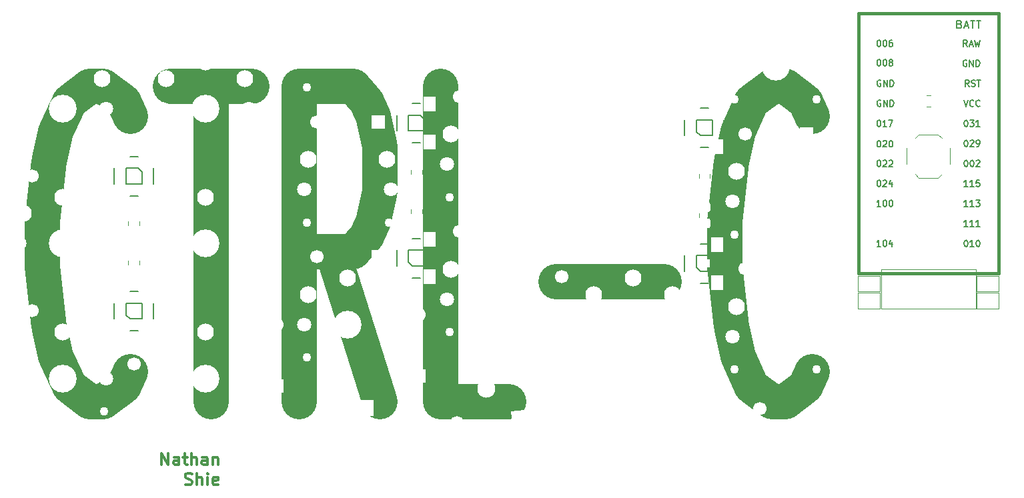
<source format=gto>
%TF.GenerationSoftware,KiCad,Pcbnew,(5.1.6)-1*%
%TF.CreationDate,2022-08-18T21:09:05-07:00*%
%TF.ProjectId,split-40-final,73706c69-742d-4343-902d-66696e616c2e,rev?*%
%TF.SameCoordinates,Original*%
%TF.FileFunction,Legend,Top*%
%TF.FilePolarity,Positive*%
%FSLAX46Y46*%
G04 Gerber Fmt 4.6, Leading zero omitted, Abs format (unit mm)*
G04 Created by KiCad (PCBNEW (5.1.6)-1) date 2022-08-18 21:09:05*
%MOMM*%
%LPD*%
G01*
G04 APERTURE LIST*
%ADD10C,4.500000*%
%ADD11C,0.300000*%
%ADD12C,0.381000*%
%ADD13C,0.120000*%
%ADD14C,0.200000*%
%ADD15C,0.040000*%
%ADD16C,0.150000*%
%ADD17C,1.801800*%
%ADD18C,1.090600*%
%ADD19C,2.132000*%
%ADD20C,3.529000*%
%ADD21C,1.852600*%
%ADD22R,2.600000X3.100000*%
%ADD23C,2.100000*%
%ADD24R,2.100000X2.100000*%
%ADD25O,3.100000X1.624000*%
%ADD26C,1.624000*%
%ADD27C,1.700000*%
%ADD28R,1.700000X1.700000*%
%ADD29C,0.100000*%
%ADD30R,1.500000X1.900000*%
%ADD31R,0.600000X1.100000*%
%ADD32O,1.800000X1.800000*%
%ADD33R,1.800000X1.800000*%
%ADD34C,2.300000*%
%ADD35R,1.800000X1.100000*%
%ADD36R,1.100000X1.600000*%
G04 APERTURE END LIST*
D10*
X32285714Y-67285714D02*
X31428571Y-69190476D01*
X28857142Y-71095238D01*
X27142857Y-71095238D01*
X24571428Y-69190476D01*
X22857142Y-65380952D01*
X22000000Y-61571428D01*
X21142857Y-53952380D01*
X21142857Y-48238095D01*
X22000000Y-40619047D01*
X22857142Y-36809523D01*
X24571428Y-33000000D01*
X27142857Y-31095238D01*
X28857142Y-31095238D01*
X31428571Y-33000000D01*
X32285714Y-34904761D01*
X37428571Y-31095238D02*
X47714285Y-31095238D01*
X42571428Y-71095238D02*
X42571428Y-31095238D01*
X64000000Y-71095238D02*
X58000000Y-52047619D01*
X53714285Y-71095238D02*
X53714285Y-31095238D01*
X60571428Y-31095238D01*
X62285714Y-33000000D01*
X63142857Y-34904761D01*
X64000000Y-38714285D01*
X64000000Y-44428571D01*
X63142857Y-48238095D01*
X62285714Y-50142857D01*
X60571428Y-52047619D01*
X53714285Y-52047619D01*
X80285714Y-71095238D02*
X71714285Y-71095238D01*
X71714285Y-31095238D01*
X86285714Y-55857142D02*
X100000000Y-55857142D01*
X118857142Y-67285714D02*
X118000000Y-69190476D01*
X115428571Y-71095238D01*
X113714285Y-71095238D01*
X111142857Y-69190476D01*
X109428571Y-65380952D01*
X108571428Y-61571428D01*
X107714285Y-53952380D01*
X107714285Y-48238095D01*
X108571428Y-40619047D01*
X109428571Y-36809523D01*
X111142857Y-33000000D01*
X113714285Y-31095238D01*
X115428571Y-31095238D01*
X118000000Y-33000000D01*
X118857142Y-34904761D01*
D11*
X36305000Y-79203571D02*
X36305000Y-77703571D01*
X37162142Y-79203571D01*
X37162142Y-77703571D01*
X38519285Y-79203571D02*
X38519285Y-78417857D01*
X38447857Y-78275000D01*
X38305000Y-78203571D01*
X38019285Y-78203571D01*
X37876428Y-78275000D01*
X38519285Y-79132142D02*
X38376428Y-79203571D01*
X38019285Y-79203571D01*
X37876428Y-79132142D01*
X37805000Y-78989285D01*
X37805000Y-78846428D01*
X37876428Y-78703571D01*
X38019285Y-78632142D01*
X38376428Y-78632142D01*
X38519285Y-78560714D01*
X39019285Y-78203571D02*
X39590714Y-78203571D01*
X39233571Y-77703571D02*
X39233571Y-78989285D01*
X39305000Y-79132142D01*
X39447857Y-79203571D01*
X39590714Y-79203571D01*
X40090714Y-79203571D02*
X40090714Y-77703571D01*
X40733571Y-79203571D02*
X40733571Y-78417857D01*
X40662142Y-78275000D01*
X40519285Y-78203571D01*
X40305000Y-78203571D01*
X40162142Y-78275000D01*
X40090714Y-78346428D01*
X42090714Y-79203571D02*
X42090714Y-78417857D01*
X42019285Y-78275000D01*
X41876428Y-78203571D01*
X41590714Y-78203571D01*
X41447857Y-78275000D01*
X42090714Y-79132142D02*
X41947857Y-79203571D01*
X41590714Y-79203571D01*
X41447857Y-79132142D01*
X41376428Y-78989285D01*
X41376428Y-78846428D01*
X41447857Y-78703571D01*
X41590714Y-78632142D01*
X41947857Y-78632142D01*
X42090714Y-78560714D01*
X42805000Y-78203571D02*
X42805000Y-79203571D01*
X42805000Y-78346428D02*
X42876428Y-78275000D01*
X43019285Y-78203571D01*
X43233571Y-78203571D01*
X43376428Y-78275000D01*
X43447857Y-78417857D01*
X43447857Y-79203571D01*
X39305000Y-81682142D02*
X39519285Y-81753571D01*
X39876428Y-81753571D01*
X40019285Y-81682142D01*
X40090714Y-81610714D01*
X40162142Y-81467857D01*
X40162142Y-81325000D01*
X40090714Y-81182142D01*
X40019285Y-81110714D01*
X39876428Y-81039285D01*
X39590714Y-80967857D01*
X39447857Y-80896428D01*
X39376428Y-80825000D01*
X39305000Y-80682142D01*
X39305000Y-80539285D01*
X39376428Y-80396428D01*
X39447857Y-80325000D01*
X39590714Y-80253571D01*
X39947857Y-80253571D01*
X40162142Y-80325000D01*
X40805000Y-81753571D02*
X40805000Y-80253571D01*
X41447857Y-81753571D02*
X41447857Y-80967857D01*
X41376428Y-80825000D01*
X41233571Y-80753571D01*
X41019285Y-80753571D01*
X40876428Y-80825000D01*
X40805000Y-80896428D01*
X42162142Y-81753571D02*
X42162142Y-80753571D01*
X42162142Y-80253571D02*
X42090714Y-80325000D01*
X42162142Y-80396428D01*
X42233571Y-80325000D01*
X42162142Y-80253571D01*
X42162142Y-80396428D01*
X43447857Y-81682142D02*
X43305000Y-81753571D01*
X43019285Y-81753571D01*
X42876428Y-81682142D01*
X42805000Y-81539285D01*
X42805000Y-80967857D01*
X42876428Y-80825000D01*
X43019285Y-80753571D01*
X43305000Y-80753571D01*
X43447857Y-80825000D01*
X43519285Y-80967857D01*
X43519285Y-81110714D01*
X42805000Y-81253571D01*
D12*
%TO.C,U1*%
X124740000Y-21880000D02*
X124740000Y-24420000D01*
X142520000Y-21880000D02*
X124740000Y-21880000D01*
X142520000Y-24420000D02*
X142520000Y-21880000D01*
X142520000Y-54900000D02*
X142520000Y-24420000D01*
X124740000Y-54900000D02*
X142520000Y-54900000D01*
X124740000Y-24420000D02*
X124740000Y-54900000D01*
D13*
%TO.C,SW3*%
X63520000Y-72020000D02*
X63820000Y-71720000D01*
X63820000Y-71720000D02*
X63820000Y-72320000D01*
X63820000Y-72320000D02*
X63520000Y-72020000D01*
D14*
%TO.C,D1*%
X104700000Y-37390000D02*
X104200000Y-36890000D01*
X104700000Y-33890000D02*
X105700000Y-33890000D01*
X102700000Y-35390000D02*
X102700000Y-37390000D01*
X104700000Y-38890000D02*
X105700000Y-38890000D01*
X106200000Y-37390000D02*
X104700000Y-37390000D01*
X107700000Y-35390000D02*
X107700000Y-37390000D01*
X104200000Y-35390000D02*
X106200000Y-35390000D01*
X106200000Y-35390000D02*
X106200000Y-37390000D01*
X104200000Y-36890000D02*
X104200000Y-35390000D01*
%TO.C,D2*%
X69650000Y-35290000D02*
X69150000Y-34790000D01*
X68150000Y-38290000D02*
X69150000Y-38290000D01*
X66150000Y-36790000D02*
X66150000Y-34790000D01*
X67650000Y-36790000D02*
X69650000Y-36790000D01*
X68150000Y-33290000D02*
X69150000Y-33290000D01*
X69650000Y-36790000D02*
X69650000Y-35290000D01*
X69150000Y-34790000D02*
X67650000Y-34790000D01*
X71150000Y-36790000D02*
X71150000Y-34790000D01*
X67650000Y-34790000D02*
X67650000Y-36790000D01*
%TO.C,D3*%
X33800000Y-42020000D02*
X33300000Y-41520000D01*
X32300000Y-45020000D02*
X33300000Y-45020000D01*
X30300000Y-43520000D02*
X30300000Y-41520000D01*
X31800000Y-43520000D02*
X33800000Y-43520000D01*
X32300000Y-40020000D02*
X33300000Y-40020000D01*
X33800000Y-43520000D02*
X33800000Y-42020000D01*
X33300000Y-41520000D02*
X31800000Y-41520000D01*
X35300000Y-43520000D02*
X35300000Y-41520000D01*
X31800000Y-41520000D02*
X31800000Y-43520000D01*
%TO.C,D4*%
X31800000Y-60170000D02*
X32300000Y-60670000D01*
X33300000Y-57170000D02*
X32300000Y-57170000D01*
X35300000Y-58670000D02*
X35300000Y-60670000D01*
X33800000Y-58670000D02*
X31800000Y-58670000D01*
X33300000Y-62170000D02*
X32300000Y-62170000D01*
X31800000Y-58670000D02*
X31800000Y-60170000D01*
X32300000Y-60670000D02*
X33800000Y-60670000D01*
X30300000Y-58670000D02*
X30300000Y-60670000D01*
X33800000Y-60670000D02*
X33800000Y-58670000D01*
%TO.C,D5*%
X67650000Y-53440000D02*
X68150000Y-53940000D01*
X69150000Y-50440000D02*
X68150000Y-50440000D01*
X71150000Y-51940000D02*
X71150000Y-53940000D01*
X69650000Y-51940000D02*
X67650000Y-51940000D01*
X69150000Y-55440000D02*
X68150000Y-55440000D01*
X67650000Y-51940000D02*
X67650000Y-53440000D01*
X68150000Y-53940000D02*
X69650000Y-53940000D01*
X66150000Y-51940000D02*
X66150000Y-53940000D01*
X69650000Y-53940000D02*
X69650000Y-51940000D01*
%TO.C,D6*%
X104200000Y-54120000D02*
X104700000Y-54620000D01*
X105700000Y-51120000D02*
X104700000Y-51120000D01*
X107700000Y-52620000D02*
X107700000Y-54620000D01*
X106200000Y-52620000D02*
X104200000Y-52620000D01*
X105700000Y-56120000D02*
X104700000Y-56120000D01*
X104200000Y-52620000D02*
X104200000Y-54120000D01*
X104700000Y-54620000D02*
X106200000Y-54620000D01*
X102700000Y-52620000D02*
X102700000Y-54620000D01*
X106200000Y-54620000D02*
X106200000Y-52620000D01*
D15*
%TO.C,L1*%
X139630000Y-54400000D02*
X127630000Y-54400000D01*
X127630000Y-59400000D02*
X139630000Y-59400000D01*
X139630000Y-54400000D02*
X139630000Y-59400000D01*
X127630000Y-54400000D02*
X127630000Y-59400000D01*
D13*
%TO.C,C3*%
X33510000Y-48238748D02*
X33510000Y-48761252D01*
X32090000Y-48238748D02*
X32090000Y-48761252D01*
%TO.C,C1*%
X105910000Y-42238748D02*
X105910000Y-42761252D01*
X104490000Y-42238748D02*
X104490000Y-42761252D01*
%TO.C,C2*%
X69360000Y-41738748D02*
X69360000Y-42261252D01*
X67940000Y-41738748D02*
X67940000Y-42261252D01*
%TO.C,C4*%
X32090000Y-53761252D02*
X32090000Y-53238748D01*
X33510000Y-53761252D02*
X33510000Y-53238748D01*
%TO.C,C5*%
X67940000Y-47261252D02*
X67940000Y-46738748D01*
X69360000Y-47261252D02*
X69360000Y-46738748D01*
%TO.C,C6*%
X104490000Y-47761252D02*
X104490000Y-47238748D01*
X105910000Y-47761252D02*
X105910000Y-47238748D01*
%TO.C,R1*%
X133888578Y-33710000D02*
X133371422Y-33710000D01*
X133888578Y-32290000D02*
X133371422Y-32290000D01*
%TO.C,SW1*%
X130880000Y-39000000D02*
X130880000Y-41000000D01*
X135330000Y-42300000D02*
X134880000Y-42750000D01*
X131930000Y-37700000D02*
X132380000Y-37250000D01*
X135330000Y-37700000D02*
X134880000Y-37250000D01*
X131930000Y-42300000D02*
X132380000Y-42750000D01*
X132380000Y-37250000D02*
X134880000Y-37250000D01*
X132380000Y-42750000D02*
X134880000Y-42750000D01*
X136380000Y-39000000D02*
X136380000Y-41000000D01*
%TO.C,JP_F_GND1*%
X139750000Y-55190000D02*
X142550000Y-55190000D01*
X142550000Y-55190000D02*
X142550000Y-57190000D01*
X142550000Y-57190000D02*
X139750000Y-57190000D01*
X139750000Y-57190000D02*
X139750000Y-55190000D01*
%TO.C,JP_F_SCL1*%
X127510000Y-57360000D02*
X127510000Y-59360000D01*
X124710000Y-57360000D02*
X127510000Y-57360000D01*
X124710000Y-59360000D02*
X124710000Y-57360000D01*
X127510000Y-59360000D02*
X124710000Y-59360000D01*
%TO.C,JP_F_SDA1*%
X127510000Y-55190000D02*
X127510000Y-57190000D01*
X124710000Y-55190000D02*
X127510000Y-55190000D01*
X124710000Y-57190000D02*
X124710000Y-55190000D01*
X127510000Y-57190000D02*
X124710000Y-57190000D01*
%TO.C,JP_F_VCC1*%
X139750000Y-57360000D02*
X142550000Y-57360000D01*
X142550000Y-57360000D02*
X142550000Y-59360000D01*
X142550000Y-59360000D02*
X139750000Y-59360000D01*
X139750000Y-59360000D02*
X139750000Y-57360000D01*
%TO.C,U1*%
D16*
X127292810Y-25251904D02*
X127369000Y-25251904D01*
X127445190Y-25290000D01*
X127483286Y-25328095D01*
X127521381Y-25404285D01*
X127559476Y-25556666D01*
X127559476Y-25747142D01*
X127521381Y-25899523D01*
X127483286Y-25975714D01*
X127445190Y-26013809D01*
X127369000Y-26051904D01*
X127292810Y-26051904D01*
X127216619Y-26013809D01*
X127178524Y-25975714D01*
X127140429Y-25899523D01*
X127102333Y-25747142D01*
X127102333Y-25556666D01*
X127140429Y-25404285D01*
X127178524Y-25328095D01*
X127216619Y-25290000D01*
X127292810Y-25251904D01*
X128054714Y-25251904D02*
X128130905Y-25251904D01*
X128207095Y-25290000D01*
X128245190Y-25328095D01*
X128283286Y-25404285D01*
X128321381Y-25556666D01*
X128321381Y-25747142D01*
X128283286Y-25899523D01*
X128245190Y-25975714D01*
X128207095Y-26013809D01*
X128130905Y-26051904D01*
X128054714Y-26051904D01*
X127978524Y-26013809D01*
X127940429Y-25975714D01*
X127902333Y-25899523D01*
X127864238Y-25747142D01*
X127864238Y-25556666D01*
X127902333Y-25404285D01*
X127940429Y-25328095D01*
X127978524Y-25290000D01*
X128054714Y-25251904D01*
X129007095Y-25251904D02*
X128854714Y-25251904D01*
X128778524Y-25290000D01*
X128740429Y-25328095D01*
X128664238Y-25442380D01*
X128626143Y-25594761D01*
X128626143Y-25899523D01*
X128664238Y-25975714D01*
X128702333Y-26013809D01*
X128778524Y-26051904D01*
X128930905Y-26051904D01*
X129007095Y-26013809D01*
X129045190Y-25975714D01*
X129083286Y-25899523D01*
X129083286Y-25709047D01*
X129045190Y-25632857D01*
X129007095Y-25594761D01*
X128930905Y-25556666D01*
X128778524Y-25556666D01*
X128702333Y-25594761D01*
X128664238Y-25632857D01*
X128626143Y-25709047D01*
X127292810Y-27721904D02*
X127369000Y-27721904D01*
X127445190Y-27760000D01*
X127483286Y-27798095D01*
X127521381Y-27874285D01*
X127559476Y-28026666D01*
X127559476Y-28217142D01*
X127521381Y-28369523D01*
X127483286Y-28445714D01*
X127445190Y-28483809D01*
X127369000Y-28521904D01*
X127292810Y-28521904D01*
X127216619Y-28483809D01*
X127178524Y-28445714D01*
X127140429Y-28369523D01*
X127102333Y-28217142D01*
X127102333Y-28026666D01*
X127140429Y-27874285D01*
X127178524Y-27798095D01*
X127216619Y-27760000D01*
X127292810Y-27721904D01*
X128054714Y-27721904D02*
X128130905Y-27721904D01*
X128207095Y-27760000D01*
X128245190Y-27798095D01*
X128283286Y-27874285D01*
X128321381Y-28026666D01*
X128321381Y-28217142D01*
X128283286Y-28369523D01*
X128245190Y-28445714D01*
X128207095Y-28483809D01*
X128130905Y-28521904D01*
X128054714Y-28521904D01*
X127978524Y-28483809D01*
X127940429Y-28445714D01*
X127902333Y-28369523D01*
X127864238Y-28217142D01*
X127864238Y-28026666D01*
X127902333Y-27874285D01*
X127940429Y-27798095D01*
X127978524Y-27760000D01*
X128054714Y-27721904D01*
X128778524Y-28064761D02*
X128702333Y-28026666D01*
X128664238Y-27988571D01*
X128626143Y-27912380D01*
X128626143Y-27874285D01*
X128664238Y-27798095D01*
X128702333Y-27760000D01*
X128778524Y-27721904D01*
X128930905Y-27721904D01*
X129007095Y-27760000D01*
X129045190Y-27798095D01*
X129083286Y-27874285D01*
X129083286Y-27912380D01*
X129045190Y-27988571D01*
X129007095Y-28026666D01*
X128930905Y-28064761D01*
X128778524Y-28064761D01*
X128702333Y-28102857D01*
X128664238Y-28140952D01*
X128626143Y-28217142D01*
X128626143Y-28369523D01*
X128664238Y-28445714D01*
X128702333Y-28483809D01*
X128778524Y-28521904D01*
X128930905Y-28521904D01*
X129007095Y-28483809D01*
X129045190Y-28445714D01*
X129083286Y-28369523D01*
X129083286Y-28217142D01*
X129045190Y-28140952D01*
X129007095Y-28102857D01*
X128930905Y-28064761D01*
X127292810Y-38021904D02*
X127369000Y-38021904D01*
X127445190Y-38060000D01*
X127483286Y-38098095D01*
X127521381Y-38174285D01*
X127559476Y-38326666D01*
X127559476Y-38517142D01*
X127521381Y-38669523D01*
X127483286Y-38745714D01*
X127445190Y-38783809D01*
X127369000Y-38821904D01*
X127292810Y-38821904D01*
X127216619Y-38783809D01*
X127178524Y-38745714D01*
X127140429Y-38669523D01*
X127102333Y-38517142D01*
X127102333Y-38326666D01*
X127140429Y-38174285D01*
X127178524Y-38098095D01*
X127216619Y-38060000D01*
X127292810Y-38021904D01*
X127864238Y-38098095D02*
X127902333Y-38060000D01*
X127978524Y-38021904D01*
X128169000Y-38021904D01*
X128245190Y-38060000D01*
X128283286Y-38098095D01*
X128321381Y-38174285D01*
X128321381Y-38250476D01*
X128283286Y-38364761D01*
X127826143Y-38821904D01*
X128321381Y-38821904D01*
X128816619Y-38021904D02*
X128892810Y-38021904D01*
X128969000Y-38060000D01*
X129007095Y-38098095D01*
X129045190Y-38174285D01*
X129083286Y-38326666D01*
X129083286Y-38517142D01*
X129045190Y-38669523D01*
X129007095Y-38745714D01*
X128969000Y-38783809D01*
X128892810Y-38821904D01*
X128816619Y-38821904D01*
X128740429Y-38783809D01*
X128702333Y-38745714D01*
X128664238Y-38669523D01*
X128626143Y-38517142D01*
X128626143Y-38326666D01*
X128664238Y-38174285D01*
X128702333Y-38098095D01*
X128740429Y-38060000D01*
X128816619Y-38021904D01*
X127292810Y-35421904D02*
X127369000Y-35421904D01*
X127445190Y-35460000D01*
X127483286Y-35498095D01*
X127521381Y-35574285D01*
X127559476Y-35726666D01*
X127559476Y-35917142D01*
X127521381Y-36069523D01*
X127483286Y-36145714D01*
X127445190Y-36183809D01*
X127369000Y-36221904D01*
X127292810Y-36221904D01*
X127216619Y-36183809D01*
X127178524Y-36145714D01*
X127140429Y-36069523D01*
X127102333Y-35917142D01*
X127102333Y-35726666D01*
X127140429Y-35574285D01*
X127178524Y-35498095D01*
X127216619Y-35460000D01*
X127292810Y-35421904D01*
X128321381Y-36221904D02*
X127864238Y-36221904D01*
X128092810Y-36221904D02*
X128092810Y-35421904D01*
X128016619Y-35536190D01*
X127940429Y-35612380D01*
X127864238Y-35650476D01*
X128588048Y-35421904D02*
X129121381Y-35421904D01*
X128778524Y-36221904D01*
X127559476Y-32910000D02*
X127483285Y-32871904D01*
X127369000Y-32871904D01*
X127254714Y-32910000D01*
X127178523Y-32986190D01*
X127140428Y-33062380D01*
X127102333Y-33214761D01*
X127102333Y-33329047D01*
X127140428Y-33481428D01*
X127178523Y-33557619D01*
X127254714Y-33633809D01*
X127369000Y-33671904D01*
X127445190Y-33671904D01*
X127559476Y-33633809D01*
X127597571Y-33595714D01*
X127597571Y-33329047D01*
X127445190Y-33329047D01*
X127940428Y-33671904D02*
X127940428Y-32871904D01*
X128397571Y-33671904D01*
X128397571Y-32871904D01*
X128778523Y-33671904D02*
X128778523Y-32871904D01*
X128969000Y-32871904D01*
X129083285Y-32910000D01*
X129159476Y-32986190D01*
X129197571Y-33062380D01*
X129235666Y-33214761D01*
X129235666Y-33329047D01*
X129197571Y-33481428D01*
X129159476Y-33557619D01*
X129083285Y-33633809D01*
X128969000Y-33671904D01*
X128778523Y-33671904D01*
X127559476Y-30370000D02*
X127483285Y-30331904D01*
X127369000Y-30331904D01*
X127254714Y-30370000D01*
X127178523Y-30446190D01*
X127140428Y-30522380D01*
X127102333Y-30674761D01*
X127102333Y-30789047D01*
X127140428Y-30941428D01*
X127178523Y-31017619D01*
X127254714Y-31093809D01*
X127369000Y-31131904D01*
X127445190Y-31131904D01*
X127559476Y-31093809D01*
X127597571Y-31055714D01*
X127597571Y-30789047D01*
X127445190Y-30789047D01*
X127940428Y-31131904D02*
X127940428Y-30331904D01*
X128397571Y-31131904D01*
X128397571Y-30331904D01*
X128778523Y-31131904D02*
X128778523Y-30331904D01*
X128969000Y-30331904D01*
X129083285Y-30370000D01*
X129159476Y-30446190D01*
X129197571Y-30522380D01*
X129235666Y-30674761D01*
X129235666Y-30789047D01*
X129197571Y-30941428D01*
X129159476Y-31017619D01*
X129083285Y-31093809D01*
X128969000Y-31131904D01*
X128778523Y-31131904D01*
X127292810Y-40521904D02*
X127369000Y-40521904D01*
X127445190Y-40560000D01*
X127483286Y-40598095D01*
X127521381Y-40674285D01*
X127559476Y-40826666D01*
X127559476Y-41017142D01*
X127521381Y-41169523D01*
X127483286Y-41245714D01*
X127445190Y-41283809D01*
X127369000Y-41321904D01*
X127292810Y-41321904D01*
X127216619Y-41283809D01*
X127178524Y-41245714D01*
X127140429Y-41169523D01*
X127102333Y-41017142D01*
X127102333Y-40826666D01*
X127140429Y-40674285D01*
X127178524Y-40598095D01*
X127216619Y-40560000D01*
X127292810Y-40521904D01*
X127864238Y-40598095D02*
X127902333Y-40560000D01*
X127978524Y-40521904D01*
X128169000Y-40521904D01*
X128245190Y-40560000D01*
X128283286Y-40598095D01*
X128321381Y-40674285D01*
X128321381Y-40750476D01*
X128283286Y-40864761D01*
X127826143Y-41321904D01*
X128321381Y-41321904D01*
X128626143Y-40598095D02*
X128664238Y-40560000D01*
X128740429Y-40521904D01*
X128930905Y-40521904D01*
X129007095Y-40560000D01*
X129045190Y-40598095D01*
X129083286Y-40674285D01*
X129083286Y-40750476D01*
X129045190Y-40864761D01*
X128588048Y-41321904D01*
X129083286Y-41321904D01*
X127292810Y-43031904D02*
X127369000Y-43031904D01*
X127445190Y-43070000D01*
X127483286Y-43108095D01*
X127521381Y-43184285D01*
X127559476Y-43336666D01*
X127559476Y-43527142D01*
X127521381Y-43679523D01*
X127483286Y-43755714D01*
X127445190Y-43793809D01*
X127369000Y-43831904D01*
X127292810Y-43831904D01*
X127216619Y-43793809D01*
X127178524Y-43755714D01*
X127140429Y-43679523D01*
X127102333Y-43527142D01*
X127102333Y-43336666D01*
X127140429Y-43184285D01*
X127178524Y-43108095D01*
X127216619Y-43070000D01*
X127292810Y-43031904D01*
X127864238Y-43108095D02*
X127902333Y-43070000D01*
X127978524Y-43031904D01*
X128169000Y-43031904D01*
X128245190Y-43070000D01*
X128283286Y-43108095D01*
X128321381Y-43184285D01*
X128321381Y-43260476D01*
X128283286Y-43374761D01*
X127826143Y-43831904D01*
X128321381Y-43831904D01*
X129007095Y-43298571D02*
X129007095Y-43831904D01*
X128816619Y-42993809D02*
X128626143Y-43565238D01*
X129121381Y-43565238D01*
X127559476Y-46371904D02*
X127102333Y-46371904D01*
X127330905Y-46371904D02*
X127330905Y-45571904D01*
X127254714Y-45686190D01*
X127178524Y-45762380D01*
X127102333Y-45800476D01*
X128054714Y-45571904D02*
X128130905Y-45571904D01*
X128207095Y-45610000D01*
X128245190Y-45648095D01*
X128283286Y-45724285D01*
X128321381Y-45876666D01*
X128321381Y-46067142D01*
X128283286Y-46219523D01*
X128245190Y-46295714D01*
X128207095Y-46333809D01*
X128130905Y-46371904D01*
X128054714Y-46371904D01*
X127978524Y-46333809D01*
X127940429Y-46295714D01*
X127902333Y-46219523D01*
X127864238Y-46067142D01*
X127864238Y-45876666D01*
X127902333Y-45724285D01*
X127940429Y-45648095D01*
X127978524Y-45610000D01*
X128054714Y-45571904D01*
X128816619Y-45571904D02*
X128892810Y-45571904D01*
X128969000Y-45610000D01*
X129007095Y-45648095D01*
X129045190Y-45724285D01*
X129083286Y-45876666D01*
X129083286Y-46067142D01*
X129045190Y-46219523D01*
X129007095Y-46295714D01*
X128969000Y-46333809D01*
X128892810Y-46371904D01*
X128816619Y-46371904D01*
X128740429Y-46333809D01*
X128702333Y-46295714D01*
X128664238Y-46219523D01*
X128626143Y-46067142D01*
X128626143Y-45876666D01*
X128664238Y-45724285D01*
X128702333Y-45648095D01*
X128740429Y-45610000D01*
X128816619Y-45571904D01*
X127559476Y-51451904D02*
X127102333Y-51451904D01*
X127330905Y-51451904D02*
X127330905Y-50651904D01*
X127254714Y-50766190D01*
X127178524Y-50842380D01*
X127102333Y-50880476D01*
X128054714Y-50651904D02*
X128130905Y-50651904D01*
X128207095Y-50690000D01*
X128245190Y-50728095D01*
X128283286Y-50804285D01*
X128321381Y-50956666D01*
X128321381Y-51147142D01*
X128283286Y-51299523D01*
X128245190Y-51375714D01*
X128207095Y-51413809D01*
X128130905Y-51451904D01*
X128054714Y-51451904D01*
X127978524Y-51413809D01*
X127940429Y-51375714D01*
X127902333Y-51299523D01*
X127864238Y-51147142D01*
X127864238Y-50956666D01*
X127902333Y-50804285D01*
X127940429Y-50728095D01*
X127978524Y-50690000D01*
X128054714Y-50651904D01*
X129007095Y-50918571D02*
X129007095Y-51451904D01*
X128816619Y-50613809D02*
X128626143Y-51185238D01*
X129121381Y-51185238D01*
X138633857Y-48911904D02*
X138176714Y-48911904D01*
X138405286Y-48911904D02*
X138405286Y-48111904D01*
X138329095Y-48226190D01*
X138252905Y-48302380D01*
X138176714Y-48340476D01*
X139395762Y-48911904D02*
X138938619Y-48911904D01*
X139167191Y-48911904D02*
X139167191Y-48111904D01*
X139091000Y-48226190D01*
X139014810Y-48302380D01*
X138938619Y-48340476D01*
X140157667Y-48911904D02*
X139700524Y-48911904D01*
X139929095Y-48911904D02*
X139929095Y-48111904D01*
X139852905Y-48226190D01*
X139776714Y-48302380D01*
X139700524Y-48340476D01*
X138633857Y-46371904D02*
X138176714Y-46371904D01*
X138405286Y-46371904D02*
X138405286Y-45571904D01*
X138329095Y-45686190D01*
X138252905Y-45762380D01*
X138176714Y-45800476D01*
X139395762Y-46371904D02*
X138938619Y-46371904D01*
X139167191Y-46371904D02*
X139167191Y-45571904D01*
X139091000Y-45686190D01*
X139014810Y-45762380D01*
X138938619Y-45800476D01*
X139662429Y-45571904D02*
X140157667Y-45571904D01*
X139891000Y-45876666D01*
X140005286Y-45876666D01*
X140081476Y-45914761D01*
X140119571Y-45952857D01*
X140157667Y-46029047D01*
X140157667Y-46219523D01*
X140119571Y-46295714D01*
X140081476Y-46333809D01*
X140005286Y-46371904D01*
X139776714Y-46371904D01*
X139700524Y-46333809D01*
X139662429Y-46295714D01*
X138367191Y-35411904D02*
X138443381Y-35411904D01*
X138519571Y-35450000D01*
X138557667Y-35488095D01*
X138595762Y-35564285D01*
X138633857Y-35716666D01*
X138633857Y-35907142D01*
X138595762Y-36059523D01*
X138557667Y-36135714D01*
X138519571Y-36173809D01*
X138443381Y-36211904D01*
X138367191Y-36211904D01*
X138291000Y-36173809D01*
X138252905Y-36135714D01*
X138214810Y-36059523D01*
X138176714Y-35907142D01*
X138176714Y-35716666D01*
X138214810Y-35564285D01*
X138252905Y-35488095D01*
X138291000Y-35450000D01*
X138367191Y-35411904D01*
X138900524Y-35411904D02*
X139395762Y-35411904D01*
X139129095Y-35716666D01*
X139243381Y-35716666D01*
X139319571Y-35754761D01*
X139357667Y-35792857D01*
X139395762Y-35869047D01*
X139395762Y-36059523D01*
X139357667Y-36135714D01*
X139319571Y-36173809D01*
X139243381Y-36211904D01*
X139014810Y-36211904D01*
X138938619Y-36173809D01*
X138900524Y-36135714D01*
X140157667Y-36211904D02*
X139700524Y-36211904D01*
X139929095Y-36211904D02*
X139929095Y-35411904D01*
X139852905Y-35526190D01*
X139776714Y-35602380D01*
X139700524Y-35640476D01*
X138100524Y-32871904D02*
X138367191Y-33671904D01*
X138633857Y-32871904D01*
X139357667Y-33595714D02*
X139319571Y-33633809D01*
X139205286Y-33671904D01*
X139129095Y-33671904D01*
X139014810Y-33633809D01*
X138938619Y-33557619D01*
X138900524Y-33481428D01*
X138862429Y-33329047D01*
X138862429Y-33214761D01*
X138900524Y-33062380D01*
X138938619Y-32986190D01*
X139014810Y-32910000D01*
X139129095Y-32871904D01*
X139205286Y-32871904D01*
X139319571Y-32910000D01*
X139357667Y-32948095D01*
X140157667Y-33595714D02*
X140119571Y-33633809D01*
X140005286Y-33671904D01*
X139929095Y-33671904D01*
X139814810Y-33633809D01*
X139738619Y-33557619D01*
X139700524Y-33481428D01*
X139662429Y-33329047D01*
X139662429Y-33214761D01*
X139700524Y-33062380D01*
X139738619Y-32986190D01*
X139814810Y-32910000D01*
X139929095Y-32871904D01*
X140005286Y-32871904D01*
X140119571Y-32910000D01*
X140157667Y-32948095D01*
X138779904Y-31131904D02*
X138513238Y-30750952D01*
X138322761Y-31131904D02*
X138322761Y-30331904D01*
X138627523Y-30331904D01*
X138703714Y-30370000D01*
X138741809Y-30408095D01*
X138779904Y-30484285D01*
X138779904Y-30598571D01*
X138741809Y-30674761D01*
X138703714Y-30712857D01*
X138627523Y-30750952D01*
X138322761Y-30750952D01*
X139084666Y-31093809D02*
X139198952Y-31131904D01*
X139389428Y-31131904D01*
X139465619Y-31093809D01*
X139503714Y-31055714D01*
X139541809Y-30979523D01*
X139541809Y-30903333D01*
X139503714Y-30827142D01*
X139465619Y-30789047D01*
X139389428Y-30750952D01*
X139237047Y-30712857D01*
X139160857Y-30674761D01*
X139122761Y-30636666D01*
X139084666Y-30560476D01*
X139084666Y-30484285D01*
X139122761Y-30408095D01*
X139160857Y-30370000D01*
X139237047Y-30331904D01*
X139427523Y-30331904D01*
X139541809Y-30370000D01*
X139770380Y-30331904D02*
X140227523Y-30331904D01*
X139998952Y-31131904D02*
X139998952Y-30331904D01*
X138475143Y-27830000D02*
X138398952Y-27791904D01*
X138284667Y-27791904D01*
X138170381Y-27830000D01*
X138094190Y-27906190D01*
X138056095Y-27982380D01*
X138018000Y-28134761D01*
X138018000Y-28249047D01*
X138056095Y-28401428D01*
X138094190Y-28477619D01*
X138170381Y-28553809D01*
X138284667Y-28591904D01*
X138360857Y-28591904D01*
X138475143Y-28553809D01*
X138513238Y-28515714D01*
X138513238Y-28249047D01*
X138360857Y-28249047D01*
X138856095Y-28591904D02*
X138856095Y-27791904D01*
X139313238Y-28591904D01*
X139313238Y-27791904D01*
X139694190Y-28591904D02*
X139694190Y-27791904D01*
X139884667Y-27791904D01*
X139998952Y-27830000D01*
X140075143Y-27906190D01*
X140113238Y-27982380D01*
X140151333Y-28134761D01*
X140151333Y-28249047D01*
X140113238Y-28401428D01*
X140075143Y-28477619D01*
X139998952Y-28553809D01*
X139884667Y-28591904D01*
X139694190Y-28591904D01*
X138551334Y-26051904D02*
X138284667Y-25670952D01*
X138094191Y-26051904D02*
X138094191Y-25251904D01*
X138398953Y-25251904D01*
X138475143Y-25290000D01*
X138513238Y-25328095D01*
X138551334Y-25404285D01*
X138551334Y-25518571D01*
X138513238Y-25594761D01*
X138475143Y-25632857D01*
X138398953Y-25670952D01*
X138094191Y-25670952D01*
X138856095Y-25823333D02*
X139237048Y-25823333D01*
X138779905Y-26051904D02*
X139046572Y-25251904D01*
X139313238Y-26051904D01*
X139503715Y-25251904D02*
X139694191Y-26051904D01*
X139846572Y-25480476D01*
X139998953Y-26051904D01*
X140189429Y-25251904D01*
X138367191Y-37951904D02*
X138443381Y-37951904D01*
X138519571Y-37990000D01*
X138557667Y-38028095D01*
X138595762Y-38104285D01*
X138633857Y-38256666D01*
X138633857Y-38447142D01*
X138595762Y-38599523D01*
X138557667Y-38675714D01*
X138519571Y-38713809D01*
X138443381Y-38751904D01*
X138367191Y-38751904D01*
X138291000Y-38713809D01*
X138252905Y-38675714D01*
X138214810Y-38599523D01*
X138176714Y-38447142D01*
X138176714Y-38256666D01*
X138214810Y-38104285D01*
X138252905Y-38028095D01*
X138291000Y-37990000D01*
X138367191Y-37951904D01*
X138938619Y-38028095D02*
X138976714Y-37990000D01*
X139052905Y-37951904D01*
X139243381Y-37951904D01*
X139319571Y-37990000D01*
X139357667Y-38028095D01*
X139395762Y-38104285D01*
X139395762Y-38180476D01*
X139357667Y-38294761D01*
X138900524Y-38751904D01*
X139395762Y-38751904D01*
X139776714Y-38751904D02*
X139929095Y-38751904D01*
X140005286Y-38713809D01*
X140043381Y-38675714D01*
X140119571Y-38561428D01*
X140157667Y-38409047D01*
X140157667Y-38104285D01*
X140119571Y-38028095D01*
X140081476Y-37990000D01*
X140005286Y-37951904D01*
X139852905Y-37951904D01*
X139776714Y-37990000D01*
X139738619Y-38028095D01*
X139700524Y-38104285D01*
X139700524Y-38294761D01*
X139738619Y-38370952D01*
X139776714Y-38409047D01*
X139852905Y-38447142D01*
X140005286Y-38447142D01*
X140081476Y-38409047D01*
X140119571Y-38370952D01*
X140157667Y-38294761D01*
X138367191Y-40491904D02*
X138443381Y-40491904D01*
X138519571Y-40530000D01*
X138557667Y-40568095D01*
X138595762Y-40644285D01*
X138633857Y-40796666D01*
X138633857Y-40987142D01*
X138595762Y-41139523D01*
X138557667Y-41215714D01*
X138519571Y-41253809D01*
X138443381Y-41291904D01*
X138367191Y-41291904D01*
X138291000Y-41253809D01*
X138252905Y-41215714D01*
X138214810Y-41139523D01*
X138176714Y-40987142D01*
X138176714Y-40796666D01*
X138214810Y-40644285D01*
X138252905Y-40568095D01*
X138291000Y-40530000D01*
X138367191Y-40491904D01*
X139129095Y-40491904D02*
X139205286Y-40491904D01*
X139281476Y-40530000D01*
X139319571Y-40568095D01*
X139357667Y-40644285D01*
X139395762Y-40796666D01*
X139395762Y-40987142D01*
X139357667Y-41139523D01*
X139319571Y-41215714D01*
X139281476Y-41253809D01*
X139205286Y-41291904D01*
X139129095Y-41291904D01*
X139052905Y-41253809D01*
X139014810Y-41215714D01*
X138976714Y-41139523D01*
X138938619Y-40987142D01*
X138938619Y-40796666D01*
X138976714Y-40644285D01*
X139014810Y-40568095D01*
X139052905Y-40530000D01*
X139129095Y-40491904D01*
X139700524Y-40568095D02*
X139738619Y-40530000D01*
X139814810Y-40491904D01*
X140005286Y-40491904D01*
X140081476Y-40530000D01*
X140119571Y-40568095D01*
X140157667Y-40644285D01*
X140157667Y-40720476D01*
X140119571Y-40834761D01*
X139662429Y-41291904D01*
X140157667Y-41291904D01*
X138633857Y-43831904D02*
X138176714Y-43831904D01*
X138405286Y-43831904D02*
X138405286Y-43031904D01*
X138329095Y-43146190D01*
X138252905Y-43222380D01*
X138176714Y-43260476D01*
X139395762Y-43831904D02*
X138938619Y-43831904D01*
X139167191Y-43831904D02*
X139167191Y-43031904D01*
X139091000Y-43146190D01*
X139014810Y-43222380D01*
X138938619Y-43260476D01*
X140119571Y-43031904D02*
X139738619Y-43031904D01*
X139700524Y-43412857D01*
X139738619Y-43374761D01*
X139814810Y-43336666D01*
X140005286Y-43336666D01*
X140081476Y-43374761D01*
X140119571Y-43412857D01*
X140157667Y-43489047D01*
X140157667Y-43679523D01*
X140119571Y-43755714D01*
X140081476Y-43793809D01*
X140005286Y-43831904D01*
X139814810Y-43831904D01*
X139738619Y-43793809D01*
X139700524Y-43755714D01*
X138367191Y-50651904D02*
X138443381Y-50651904D01*
X138519571Y-50690000D01*
X138557667Y-50728095D01*
X138595762Y-50804285D01*
X138633857Y-50956666D01*
X138633857Y-51147142D01*
X138595762Y-51299523D01*
X138557667Y-51375714D01*
X138519571Y-51413809D01*
X138443381Y-51451904D01*
X138367191Y-51451904D01*
X138291000Y-51413809D01*
X138252905Y-51375714D01*
X138214810Y-51299523D01*
X138176714Y-51147142D01*
X138176714Y-50956666D01*
X138214810Y-50804285D01*
X138252905Y-50728095D01*
X138291000Y-50690000D01*
X138367191Y-50651904D01*
X139395762Y-51451904D02*
X138938619Y-51451904D01*
X139167191Y-51451904D02*
X139167191Y-50651904D01*
X139091000Y-50766190D01*
X139014810Y-50842380D01*
X138938619Y-50880476D01*
X139891000Y-50651904D02*
X139967191Y-50651904D01*
X140043381Y-50690000D01*
X140081476Y-50728095D01*
X140119571Y-50804285D01*
X140157667Y-50956666D01*
X140157667Y-51147142D01*
X140119571Y-51299523D01*
X140081476Y-51375714D01*
X140043381Y-51413809D01*
X139967191Y-51451904D01*
X139891000Y-51451904D01*
X139814810Y-51413809D01*
X139776714Y-51375714D01*
X139738619Y-51299523D01*
X139700524Y-51147142D01*
X139700524Y-50956666D01*
X139738619Y-50804285D01*
X139776714Y-50728095D01*
X139814810Y-50690000D01*
X139891000Y-50651904D01*
%TO.C,*%
X137580952Y-23228571D02*
X137723809Y-23276190D01*
X137771428Y-23323809D01*
X137819047Y-23419047D01*
X137819047Y-23561904D01*
X137771428Y-23657142D01*
X137723809Y-23704761D01*
X137628571Y-23752380D01*
X137247619Y-23752380D01*
X137247619Y-22752380D01*
X137580952Y-22752380D01*
X137676190Y-22800000D01*
X137723809Y-22847619D01*
X137771428Y-22942857D01*
X137771428Y-23038095D01*
X137723809Y-23133333D01*
X137676190Y-23180952D01*
X137580952Y-23228571D01*
X137247619Y-23228571D01*
X138200000Y-23466666D02*
X138676190Y-23466666D01*
X138104761Y-23752380D02*
X138438095Y-22752380D01*
X138771428Y-23752380D01*
X138961904Y-22752380D02*
X139533333Y-22752380D01*
X139247619Y-23752380D02*
X139247619Y-22752380D01*
X139723809Y-22752380D02*
X140295238Y-22752380D01*
X140009523Y-23752380D02*
X140009523Y-22752380D01*
%TD*%
%LPC*%
D17*
%TO.C,K_W1*%
X65443800Y-27091000D03*
X54443800Y-27091000D03*
D18*
X65163800Y-31291000D03*
D19*
X54943800Y-23291000D03*
D20*
X59943800Y-27091000D03*
D19*
X64943800Y-23291000D03*
X59943800Y-21191000D03*
D18*
X54723800Y-31291000D03*
%TD*%
D17*
%TO.C,K_R1*%
X101638800Y-27091000D03*
X90638800Y-27091000D03*
D18*
X101358800Y-31291000D03*
D19*
X91138800Y-23291000D03*
D20*
X96138800Y-27091000D03*
D19*
X101138800Y-23291000D03*
X96138800Y-21191000D03*
D18*
X90918800Y-31291000D03*
%TD*%
D17*
%TO.C,K_A1*%
X47346200Y-51094000D03*
X36346200Y-51094000D03*
D18*
X47066200Y-55294000D03*
D19*
X36846200Y-47294000D03*
D20*
X41846200Y-51094000D03*
D19*
X46846200Y-47294000D03*
X41846200Y-45194000D03*
D18*
X36626200Y-55294000D03*
%TD*%
D17*
%TO.C,K_B1*%
X119736000Y-62905000D03*
X108736000Y-62905000D03*
D18*
X119456000Y-67105000D03*
D19*
X109236000Y-59105000D03*
D20*
X114236000Y-62905000D03*
D19*
X119236000Y-59105000D03*
X114236000Y-57005000D03*
D18*
X109016000Y-67105000D03*
%TD*%
D17*
%TO.C,K_C1*%
X83541200Y-58142500D03*
X72541200Y-58142500D03*
D18*
X83261200Y-62342500D03*
D19*
X73041200Y-54342500D03*
D20*
X78041200Y-58142500D03*
D19*
X83041200Y-54342500D03*
X78041200Y-52242500D03*
D18*
X72821200Y-62342500D03*
%TD*%
D17*
%TO.C,K_CAPS1*%
X29248800Y-51094000D03*
X18248800Y-51094000D03*
D18*
X28968800Y-55294000D03*
D19*
X18748800Y-47294000D03*
D20*
X23748800Y-51094000D03*
D19*
X28748800Y-47294000D03*
X23748800Y-45194000D03*
D18*
X18528800Y-55294000D03*
%TD*%
D17*
%TO.C,K_D1*%
X83541200Y-40997500D03*
X72541200Y-40997500D03*
D18*
X83261200Y-45197500D03*
D19*
X73041200Y-37197500D03*
D20*
X78041200Y-40997500D03*
D19*
X83041200Y-37197500D03*
X78041200Y-35097500D03*
D18*
X72821200Y-45197500D03*
%TD*%
D17*
%TO.C,K_E1*%
X83541200Y-23852500D03*
X72541200Y-23852500D03*
D18*
X83261200Y-28052500D03*
D19*
X73041200Y-20052500D03*
D20*
X78041200Y-23852500D03*
D19*
X83041200Y-20052500D03*
X78041200Y-17952500D03*
D18*
X72821200Y-28052500D03*
%TD*%
D17*
%TO.C,K_F1*%
X101638800Y-44236000D03*
X90638800Y-44236000D03*
D18*
X101358800Y-48436000D03*
D19*
X91138800Y-40436000D03*
D20*
X96138800Y-44236000D03*
D19*
X101138800Y-40436000D03*
X96138800Y-38336000D03*
D18*
X90918800Y-48436000D03*
%TD*%
D17*
%TO.C,K_G1*%
X119736000Y-45760000D03*
X108736000Y-45760000D03*
D18*
X119456000Y-49960000D03*
D19*
X109236000Y-41960000D03*
D20*
X114236000Y-45760000D03*
D19*
X119236000Y-41960000D03*
X114236000Y-39860000D03*
D18*
X109016000Y-49960000D03*
%TD*%
D17*
%TO.C,K_INNER1*%
X84109071Y-82460643D03*
X73150929Y-83419357D03*
D18*
X84196190Y-86669065D03*
D19*
X73317835Y-79590239D03*
D20*
X78630000Y-82940000D03*
D19*
X83279782Y-78718681D03*
X78115781Y-77062451D03*
D18*
X73795918Y-87578971D03*
%TD*%
D17*
%TO.C,K_OUTER1*%
X140046474Y-84595452D03*
X129153526Y-83064548D03*
D18*
X139184672Y-88715609D03*
D19*
X130177517Y-79371116D03*
D20*
X134600000Y-83830000D03*
D19*
X140080198Y-80762847D03*
X135421121Y-77987418D03*
D18*
X128846274Y-87262642D03*
%TD*%
D17*
%TO.C,K_Q1*%
X47346200Y-33949000D03*
X36346200Y-33949000D03*
D18*
X47066200Y-38149000D03*
D19*
X36846200Y-30149000D03*
D20*
X41846200Y-33949000D03*
D19*
X46846200Y-30149000D03*
X41846200Y-28049000D03*
D18*
X36626200Y-38149000D03*
%TD*%
D17*
%TO.C,K_S1*%
X65443800Y-44236000D03*
X54443800Y-44236000D03*
D18*
X65163800Y-48436000D03*
D19*
X54943800Y-40436000D03*
D20*
X59943800Y-44236000D03*
D19*
X64943800Y-40436000D03*
X59943800Y-38336000D03*
D18*
X54723800Y-48436000D03*
%TD*%
D17*
%TO.C,K_SHIFT1*%
X29248800Y-68239000D03*
X18248800Y-68239000D03*
D18*
X28968800Y-72439000D03*
D19*
X18748800Y-64439000D03*
D20*
X23748800Y-68239000D03*
D19*
X28748800Y-64439000D03*
X23748800Y-62339000D03*
D18*
X18528800Y-72439000D03*
%TD*%
D17*
%TO.C,K_T1*%
X119736000Y-28615000D03*
X108736000Y-28615000D03*
D18*
X119456000Y-32815000D03*
D19*
X109236000Y-24815000D03*
D20*
X114236000Y-28615000D03*
D19*
X119236000Y-24815000D03*
X114236000Y-22715000D03*
D18*
X109016000Y-32815000D03*
%TD*%
D17*
%TO.C,K_TAB1*%
X29248800Y-33949000D03*
X18248800Y-33949000D03*
D18*
X28968800Y-38149000D03*
D19*
X18748800Y-30149000D03*
D20*
X23748800Y-33949000D03*
D19*
X28748800Y-30149000D03*
X23748800Y-28049000D03*
D18*
X18528800Y-38149000D03*
%TD*%
D17*
%TO.C,K_THUMB1*%
X102546650Y-81638053D03*
X91553350Y-82021947D03*
D18*
X102413398Y-85845266D03*
D19*
X91920428Y-78206812D03*
D20*
X97050000Y-81830000D03*
D19*
X101914336Y-77857817D03*
X96844093Y-75933594D03*
D18*
X91979758Y-86209617D03*
%TD*%
D17*
%TO.C,K_THUMB2*%
X121382462Y-82287848D03*
X110397538Y-81712152D03*
D18*
X120883035Y-86467438D03*
D19*
X111095729Y-77943528D03*
D20*
X115890000Y-82000000D03*
D19*
X121082024Y-78466888D03*
X116198782Y-76108086D03*
D18*
X110457343Y-85921050D03*
%TD*%
D17*
%TO.C,K_V1*%
X101638800Y-61381000D03*
X90638800Y-61381000D03*
D18*
X101358800Y-65581000D03*
D19*
X91138800Y-57581000D03*
D20*
X96138800Y-61381000D03*
D19*
X101138800Y-57581000D03*
X96138800Y-55481000D03*
D18*
X90918800Y-65581000D03*
%TD*%
D17*
%TO.C,K_X1*%
X65443800Y-61381000D03*
X54443800Y-61381000D03*
D18*
X65163800Y-65581000D03*
D19*
X54943800Y-57581000D03*
D20*
X59943800Y-61381000D03*
D19*
X64943800Y-57581000D03*
X59943800Y-55481000D03*
D18*
X54723800Y-65581000D03*
%TD*%
D17*
%TO.C,K_Z1*%
X47346200Y-68239000D03*
X36346200Y-68239000D03*
D18*
X47066200Y-72439000D03*
D19*
X36846200Y-64439000D03*
D20*
X41846200Y-68239000D03*
D19*
X46846200Y-64439000D03*
X41846200Y-62339000D03*
D18*
X36626200Y-72439000D03*
%TD*%
D21*
%TO.C,U1*%
X141250000Y-25690000D03*
X126010000Y-53630000D03*
X141250000Y-28230000D03*
X141250000Y-30770000D03*
X141250000Y-33310000D03*
X141250000Y-35850000D03*
X141250000Y-38390000D03*
X141250000Y-40930000D03*
X141250000Y-43470000D03*
X141250000Y-46010000D03*
X141250000Y-48550000D03*
X141250000Y-51090000D03*
X141250000Y-53630000D03*
X126010000Y-51090000D03*
X126010000Y-48550000D03*
X126010000Y-46010000D03*
X126010000Y-43470000D03*
X126010000Y-40930000D03*
X126010000Y-38390000D03*
X126010000Y-35850000D03*
X126010000Y-33310000D03*
X126010000Y-30770000D03*
X126010000Y-28230000D03*
X126010000Y-25690000D03*
%TD*%
D22*
%TO.C,SW3*%
X54120000Y-79520000D03*
X65320000Y-79520000D03*
D23*
X57220000Y-72020000D03*
X59720000Y-72020000D03*
D24*
X62220000Y-72020000D03*
%TD*%
D25*
%TO.C,SW2*%
X135700000Y-73650000D03*
X135700000Y-61150000D03*
D26*
X135700000Y-64400000D03*
X135700000Y-70400000D03*
X135700000Y-67400000D03*
%TD*%
D27*
%TO.C,D_Z1*%
X50900000Y-61400000D03*
D28*
X50900000Y-69200000D03*
%TD*%
D27*
%TO.C,D_X1*%
X69000000Y-60100000D03*
D28*
X69000000Y-67900000D03*
%TD*%
D27*
%TO.C,D_W1*%
X56043800Y-35650000D03*
D28*
X63843800Y-35650000D03*
%TD*%
D27*
%TO.C,D_V1*%
X105200000Y-61200000D03*
D28*
X105200000Y-69000000D03*
%TD*%
D27*
%TO.C,D_THUMB2*%
X112205345Y-72095890D03*
D29*
G36*
X120887976Y-71699760D02*
G01*
X120799005Y-73397431D01*
X119101334Y-73308460D01*
X119190305Y-71610789D01*
X120887976Y-71699760D01*
G37*
%TD*%
D27*
%TO.C,D_THUMB1*%
X92702376Y-72536108D03*
D29*
G36*
X101317442Y-71384745D02*
G01*
X101376771Y-73083710D01*
X99677806Y-73143039D01*
X99618477Y-71444074D01*
X101317442Y-71384745D01*
G37*
%TD*%
D27*
%TO.C,D_TAB1*%
X19848800Y-42530000D03*
D28*
X27648800Y-42530000D03*
%TD*%
D27*
%TO.C,D_T1*%
X110336000Y-37200000D03*
D28*
X118136000Y-37200000D03*
%TD*%
D27*
%TO.C,D_SHIFT1*%
X32800000Y-66400000D03*
D28*
X32800000Y-74200000D03*
%TD*%
D27*
%TO.C,D_S1*%
X56043800Y-52800000D03*
D28*
X63843800Y-52800000D03*
%TD*%
D27*
%TO.C,D_R1*%
X92238800Y-35700000D03*
D28*
X100038800Y-35700000D03*
%TD*%
D27*
%TO.C,D_Q1*%
X37946200Y-42530000D03*
D28*
X45746200Y-42530000D03*
%TD*%
D27*
%TO.C,D_INNER1*%
X73814841Y-73839907D03*
D29*
G36*
X82357842Y-72239245D02*
G01*
X82506007Y-73932776D01*
X80812476Y-74080941D01*
X80664311Y-72387410D01*
X82357842Y-72239245D01*
G37*
%TD*%
D27*
%TO.C,D_G1*%
X110336000Y-54300000D03*
D28*
X118136000Y-54300000D03*
%TD*%
D27*
%TO.C,D_F1*%
X92238800Y-52830000D03*
D28*
X100038800Y-52830000D03*
%TD*%
D27*
%TO.C,D_E1*%
X74141200Y-32460000D03*
D28*
X81941200Y-32460000D03*
%TD*%
D27*
%TO.C,D_CAPS1*%
X19848800Y-59640000D03*
D28*
X27648800Y-59640000D03*
%TD*%
D27*
%TO.C,D_C1*%
X87100000Y-55300000D03*
D28*
X87100000Y-63100000D03*
%TD*%
D27*
%TO.C,D_B1*%
X123300000Y-61200000D03*
D28*
X123300000Y-69000000D03*
%TD*%
D27*
%TO.C,D_A1*%
X37946200Y-59640000D03*
D28*
X45746200Y-59640000D03*
%TD*%
D27*
%TO.C,D_D1*%
X74141200Y-49580000D03*
D28*
X81941200Y-49580000D03*
%TD*%
D27*
%TO.C,D_OUTER1*%
X126442775Y-75337955D03*
D29*
G36*
X126080656Y-84022070D02*
G01*
X124397200Y-83785476D01*
X124633794Y-82102020D01*
X126317250Y-82338614D01*
X126080656Y-84022070D01*
G37*
%TD*%
D30*
%TO.C,D1*%
X103550000Y-38790000D03*
X106850000Y-33990000D03*
X103550000Y-33990000D03*
D31*
X104800000Y-36390000D03*
X105600000Y-36390000D03*
D30*
X106850000Y-38790000D03*
%TD*%
D31*
%TO.C,D2*%
X69050000Y-35790000D03*
D30*
X67000000Y-38190000D03*
X70300000Y-38190000D03*
X67000000Y-33390000D03*
X70300000Y-33390000D03*
D31*
X68250000Y-35790000D03*
%TD*%
%TO.C,D3*%
X33200000Y-42520000D03*
D30*
X31150000Y-44920000D03*
X34450000Y-44920000D03*
X31150000Y-40120000D03*
X34450000Y-40120000D03*
D31*
X32400000Y-42520000D03*
%TD*%
%TO.C,D4*%
X32400000Y-59670000D03*
D30*
X34450000Y-57270000D03*
X31150000Y-57270000D03*
X34450000Y-62070000D03*
X31150000Y-62070000D03*
D31*
X33200000Y-59670000D03*
%TD*%
%TO.C,D5*%
X68250000Y-52940000D03*
D30*
X70300000Y-50540000D03*
X67000000Y-50540000D03*
X70300000Y-55340000D03*
X67000000Y-55340000D03*
D31*
X69050000Y-52940000D03*
%TD*%
%TO.C,D6*%
X104800000Y-53620000D03*
D30*
X106850000Y-51220000D03*
X103550000Y-51220000D03*
X106850000Y-56020000D03*
X103550000Y-56020000D03*
D31*
X105600000Y-53620000D03*
%TD*%
D32*
%TO.C,L1*%
X129820000Y-57900000D03*
X132360000Y-57900000D03*
X134900000Y-57900000D03*
D33*
X137440000Y-57900000D03*
%TD*%
%TO.C,C3*%
G36*
G01*
X32321250Y-48900000D02*
X33278750Y-48900000D01*
G75*
G02*
X33550000Y-49171250I0J-271250D01*
G01*
X33550000Y-49878750D01*
G75*
G02*
X33278750Y-50150000I-271250J0D01*
G01*
X32321250Y-50150000D01*
G75*
G02*
X32050000Y-49878750I0J271250D01*
G01*
X32050000Y-49171250D01*
G75*
G02*
X32321250Y-48900000I271250J0D01*
G01*
G37*
G36*
G01*
X32321250Y-46850000D02*
X33278750Y-46850000D01*
G75*
G02*
X33550000Y-47121250I0J-271250D01*
G01*
X33550000Y-47828750D01*
G75*
G02*
X33278750Y-48100000I-271250J0D01*
G01*
X32321250Y-48100000D01*
G75*
G02*
X32050000Y-47828750I0J271250D01*
G01*
X32050000Y-47121250D01*
G75*
G02*
X32321250Y-46850000I271250J0D01*
G01*
G37*
%TD*%
%TO.C,C1*%
G36*
G01*
X104721250Y-42900000D02*
X105678750Y-42900000D01*
G75*
G02*
X105950000Y-43171250I0J-271250D01*
G01*
X105950000Y-43878750D01*
G75*
G02*
X105678750Y-44150000I-271250J0D01*
G01*
X104721250Y-44150000D01*
G75*
G02*
X104450000Y-43878750I0J271250D01*
G01*
X104450000Y-43171250D01*
G75*
G02*
X104721250Y-42900000I271250J0D01*
G01*
G37*
G36*
G01*
X104721250Y-40850000D02*
X105678750Y-40850000D01*
G75*
G02*
X105950000Y-41121250I0J-271250D01*
G01*
X105950000Y-41828750D01*
G75*
G02*
X105678750Y-42100000I-271250J0D01*
G01*
X104721250Y-42100000D01*
G75*
G02*
X104450000Y-41828750I0J271250D01*
G01*
X104450000Y-41121250D01*
G75*
G02*
X104721250Y-40850000I271250J0D01*
G01*
G37*
%TD*%
%TO.C,C2*%
G36*
G01*
X68171250Y-42400000D02*
X69128750Y-42400000D01*
G75*
G02*
X69400000Y-42671250I0J-271250D01*
G01*
X69400000Y-43378750D01*
G75*
G02*
X69128750Y-43650000I-271250J0D01*
G01*
X68171250Y-43650000D01*
G75*
G02*
X67900000Y-43378750I0J271250D01*
G01*
X67900000Y-42671250D01*
G75*
G02*
X68171250Y-42400000I271250J0D01*
G01*
G37*
G36*
G01*
X68171250Y-40350000D02*
X69128750Y-40350000D01*
G75*
G02*
X69400000Y-40621250I0J-271250D01*
G01*
X69400000Y-41328750D01*
G75*
G02*
X69128750Y-41600000I-271250J0D01*
G01*
X68171250Y-41600000D01*
G75*
G02*
X67900000Y-41328750I0J271250D01*
G01*
X67900000Y-40621250D01*
G75*
G02*
X68171250Y-40350000I271250J0D01*
G01*
G37*
%TD*%
%TO.C,C4*%
G36*
G01*
X33278750Y-53100000D02*
X32321250Y-53100000D01*
G75*
G02*
X32050000Y-52828750I0J271250D01*
G01*
X32050000Y-52121250D01*
G75*
G02*
X32321250Y-51850000I271250J0D01*
G01*
X33278750Y-51850000D01*
G75*
G02*
X33550000Y-52121250I0J-271250D01*
G01*
X33550000Y-52828750D01*
G75*
G02*
X33278750Y-53100000I-271250J0D01*
G01*
G37*
G36*
G01*
X33278750Y-55150000D02*
X32321250Y-55150000D01*
G75*
G02*
X32050000Y-54878750I0J271250D01*
G01*
X32050000Y-54171250D01*
G75*
G02*
X32321250Y-53900000I271250J0D01*
G01*
X33278750Y-53900000D01*
G75*
G02*
X33550000Y-54171250I0J-271250D01*
G01*
X33550000Y-54878750D01*
G75*
G02*
X33278750Y-55150000I-271250J0D01*
G01*
G37*
%TD*%
%TO.C,C5*%
G36*
G01*
X69128750Y-46600000D02*
X68171250Y-46600000D01*
G75*
G02*
X67900000Y-46328750I0J271250D01*
G01*
X67900000Y-45621250D01*
G75*
G02*
X68171250Y-45350000I271250J0D01*
G01*
X69128750Y-45350000D01*
G75*
G02*
X69400000Y-45621250I0J-271250D01*
G01*
X69400000Y-46328750D01*
G75*
G02*
X69128750Y-46600000I-271250J0D01*
G01*
G37*
G36*
G01*
X69128750Y-48650000D02*
X68171250Y-48650000D01*
G75*
G02*
X67900000Y-48378750I0J271250D01*
G01*
X67900000Y-47671250D01*
G75*
G02*
X68171250Y-47400000I271250J0D01*
G01*
X69128750Y-47400000D01*
G75*
G02*
X69400000Y-47671250I0J-271250D01*
G01*
X69400000Y-48378750D01*
G75*
G02*
X69128750Y-48650000I-271250J0D01*
G01*
G37*
%TD*%
%TO.C,C6*%
G36*
G01*
X105678750Y-47100000D02*
X104721250Y-47100000D01*
G75*
G02*
X104450000Y-46828750I0J271250D01*
G01*
X104450000Y-46121250D01*
G75*
G02*
X104721250Y-45850000I271250J0D01*
G01*
X105678750Y-45850000D01*
G75*
G02*
X105950000Y-46121250I0J-271250D01*
G01*
X105950000Y-46828750D01*
G75*
G02*
X105678750Y-47100000I-271250J0D01*
G01*
G37*
G36*
G01*
X105678750Y-49150000D02*
X104721250Y-49150000D01*
G75*
G02*
X104450000Y-48878750I0J271250D01*
G01*
X104450000Y-48171250D01*
G75*
G02*
X104721250Y-47900000I271250J0D01*
G01*
X105678750Y-47900000D01*
G75*
G02*
X105950000Y-48171250I0J-271250D01*
G01*
X105950000Y-48878750D01*
G75*
G02*
X105678750Y-49150000I-271250J0D01*
G01*
G37*
%TD*%
%TO.C,R1*%
G36*
G01*
X133230000Y-32518750D02*
X133230000Y-33481250D01*
G75*
G02*
X132961250Y-33750000I-268750J0D01*
G01*
X132423750Y-33750000D01*
G75*
G02*
X132155000Y-33481250I0J268750D01*
G01*
X132155000Y-32518750D01*
G75*
G02*
X132423750Y-32250000I268750J0D01*
G01*
X132961250Y-32250000D01*
G75*
G02*
X133230000Y-32518750I0J-268750D01*
G01*
G37*
G36*
G01*
X135105000Y-32518750D02*
X135105000Y-33481250D01*
G75*
G02*
X134836250Y-33750000I-268750J0D01*
G01*
X134298750Y-33750000D01*
G75*
G02*
X134030000Y-33481250I0J268750D01*
G01*
X134030000Y-32518750D01*
G75*
G02*
X134298750Y-32250000I268750J0D01*
G01*
X134836250Y-32250000D01*
G75*
G02*
X135105000Y-32518750I0J-268750D01*
G01*
G37*
%TD*%
D34*
%TO.C,Hole7*%
X129400000Y-66100000D03*
%TD*%
%TO.C,Hole6*%
X105500000Y-20300000D03*
%TD*%
%TO.C,Hole5*%
X77500000Y-69500000D03*
%TD*%
%TO.C,Hole4*%
X48100000Y-22500000D03*
%TD*%
%TO.C,Hole3*%
X47800000Y-81200000D03*
%TD*%
D26*
%TO.C,BATT*%
X141200000Y-23300000D03*
%TD*%
D34*
%TO.C,Hole1*%
X127400000Y-71500000D03*
%TD*%
%TO.C,Hole2*%
X141400000Y-73500000D03*
%TD*%
D35*
%TO.C,SW1*%
X136780000Y-41900000D03*
X130480000Y-38100000D03*
X136780000Y-38100000D03*
X130480000Y-41900000D03*
%TD*%
D36*
%TO.C,JP_F_GND1*%
X140500000Y-56190000D03*
X141800000Y-56190000D03*
%TD*%
%TO.C,JP_F_SCL1*%
X125460000Y-58360000D03*
X126760000Y-58360000D03*
%TD*%
%TO.C,JP_F_SDA1*%
X125460000Y-56190000D03*
X126760000Y-56190000D03*
%TD*%
%TO.C,JP_F_VCC1*%
X140500000Y-58360000D03*
X141800000Y-58360000D03*
%TD*%
M02*

</source>
